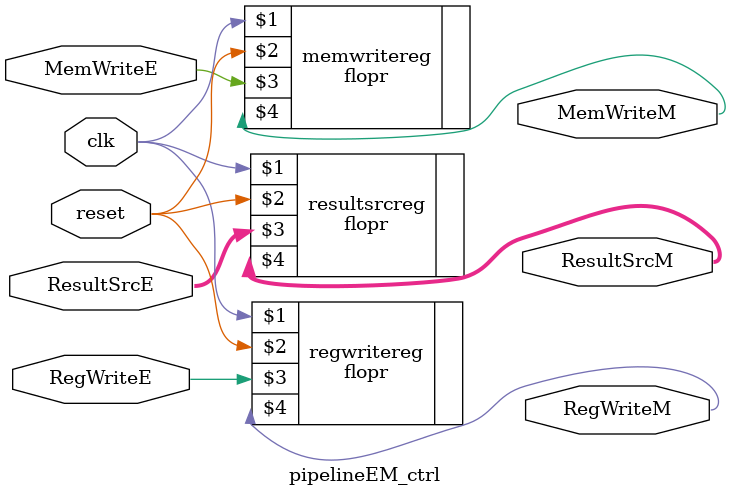
<source format=v>
module pipelineEM_ctrl(
	input clk,
	input reset,

	input RegWriteE,
	input [2:0] ResultSrcE,
	input MemWriteE,

	output RegWriteM,
	output [2:0] ResultSrcM,
	output MemWriteM
);

flopr #(1) regwritereg(
	clk,
	reset,
	RegWriteE,
	RegWriteM
);

flopr #(3) resultsrcreg(
	clk,
	reset,
	ResultSrcE,
	ResultSrcM
);

flopr #(1) memwritereg(
	clk,
	reset,
	MemWriteE,
	MemWriteM
);

endmodule

</source>
